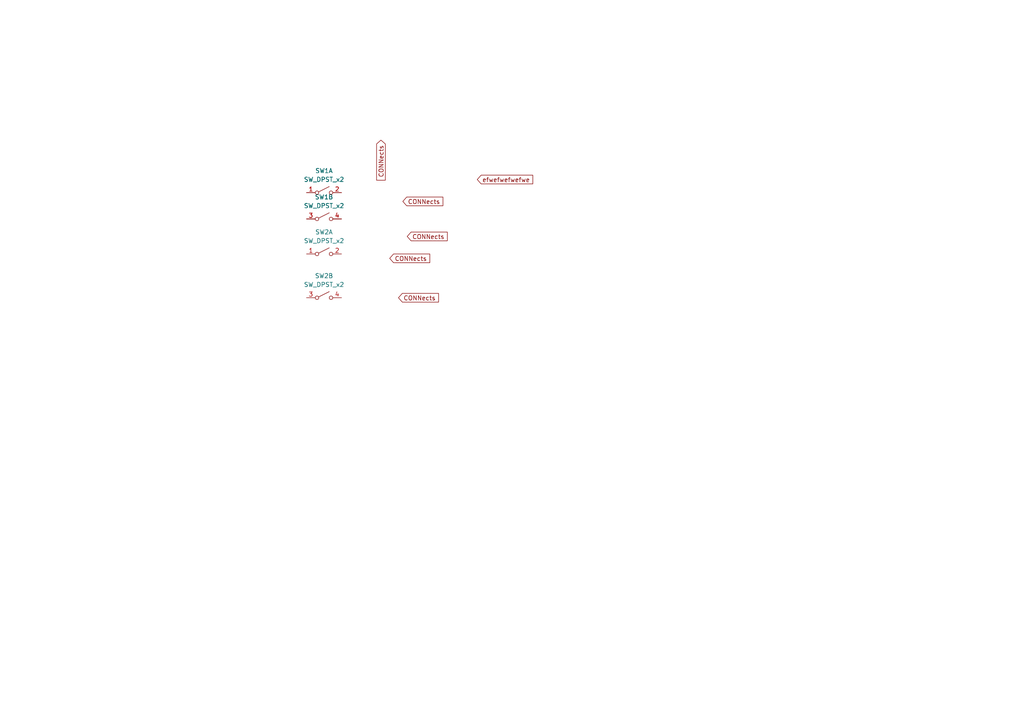
<source format=kicad_sch>
(kicad_sch (version 20231120) (generator "eeschema") (generator_version "8.0")
  (paper "A4")
  (lib_symbols
    (symbol "Switch:SW_DPST_x2" (pin_names (offset 0) hide)
      (property "Reference" "SW" (at 0 3.175 0))
      (property "Value" "SW_DPST_x2" (at 0 -2.54 0))
      (symbol "SW_DPST_x2_0_0"
        (circle (center -2.032 0) (radius 0.508))
        (polyline (pts (xy -1.524 0.254) (xy 1.524 1.778)))
        (circle (center 2.032 0) (radius 0.508))
      )
      (symbol "SW_DPST_x2_1_1"
        (pin passive line (at -5.08 0 0) (length 2.54) (name "A") (number "1"))
        (pin passive line (at 5.08 0 180) (length 2.54) (name "B") (number "2"))
      )
      (symbol "SW_DPST_x2_2_1"
        (pin passive line (at -5.08 0 0) (length 2.54) (name "A") (number "3"))
        (pin passive line (at 5.08 0 180) (length 2.54) (name "B") (number "4"))
      )
    )
  )
  (global_label "CONNects" (shape input) (at 115.57 86.36 0) (property "Intersheetrefs" "${INTERSHEET_REFS}" (effects (hide yes))))
  (global_label "CONNects" (shape input) (at 116.84 58.42 0) (property "Intersheetrefs" "${INTERSHEET_REFS}" (effects (hide yes))))
  (global_label "CONNects" (shape input) (at 110.49 40.64 270) (property "Intersheetrefs" "${INTERSHEET_REFS}" (effects (hide yes))))
  (global_label "CONNects" (shape input) (at 118.11 68.58 0) (property "Intersheetrefs" "${INTERSHEET_REFS}" (effects (hide yes))))
  (global_label "efwefwefwefwe" (shape input) (at 138.43 52.07 0) (property "Intersheetrefs" "${INTERSHEET_REFS}" (effects (hide yes))))
  (global_label "CONNects" (shape input) (at 113.03 74.93 0) (property "Intersheetrefs" "${INTERSHEET_REFS}" (effects (hide yes))))
  (symbol (lib_id "Switch:SW_DPST_x2") (at 93.98 63.5 0) (unit 2)
    (property "Reference" "SW1" (at 93.98 57.15 0))
    (property "Value" "SW_DPST_x2" (at 93.98 59.69 0))
    (property "Description" "Single Pole Single Throw (SPST) switch, separate symbol" (effects (hide yes)))
  )
  (symbol (lib_id "Switch:SW_DPST_x2") (at 93.98 86.36 0) (unit 2)
    (property "Reference" "SW2" (at 93.98 80.01 0))
    (property "Value" "SW_DPST_x2" (at 93.98 82.55 0))
    (property "Description" "Single Pole Single Throw (SPST) switch, separate symbol" (effects (hide yes)))
  )
  (symbol (lib_id "Switch:SW_DPST_x2") (at 93.98 73.66 0) (unit 1)
    (property "Reference" "SW2" (at 93.98 67.31 0))
    (property "Value" "SW_DPST_x2" (at 93.98 69.85 0))
    (property "Description" "Single Pole Single Throw (SPST) switch, separate symbol" (effects (hide yes)))
  )
  (symbol (lib_id "Switch:SW_DPST_x2") (at 93.98 55.88 0) (unit 1)
    (property "Reference" "SW1" (at 93.98 49.53 0))
    (property "Value" "SW_DPST_x2" (at 93.98 52.07 0))
    (property "Description" "Single Pole Single Throw (SPST) switch, separate symbol" (effects (hide yes)))
  )
)
</source>
